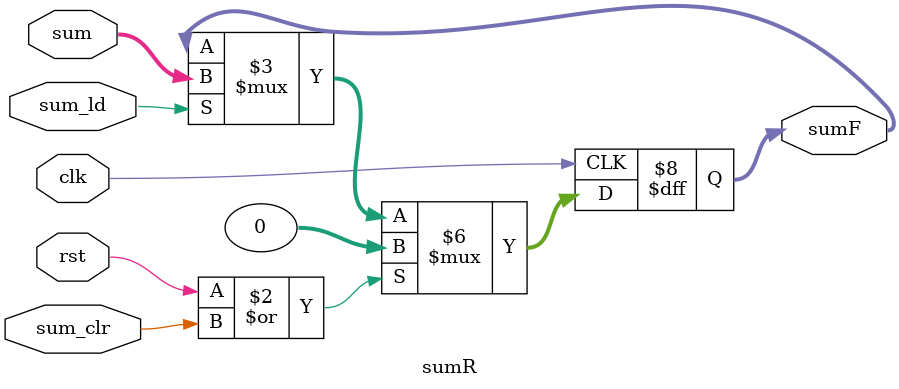
<source format=sv>
module sumR(
	input logic rst,
	input logic clk,
	input logic sum_clr,
	input logic sum_ld,
	input logic [31:0] sum,
	output logic [31:0] sumF
);

	always_ff @ (posedge clk)
	begin
		if (rst|sum_clr)
			sumF <= '0;
		else if (sum_ld)
			sumF <= sum;
		//else
			//sumF <= sumF;
	end

endmodule 
</source>
